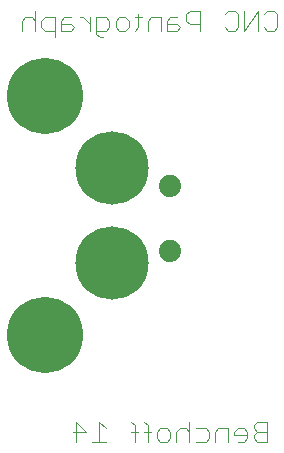
<source format=gbl>
G75*
G70*
%OFA0B0*%
%FSLAX24Y24*%
%IPPOS*%
%LPD*%
%AMOC8*
5,1,8,0,0,1.08239X$1,22.5*
%
%ADD10C,0.0040*%
%ADD11C,0.2540*%
%ADD12C,0.0740*%
%ADD13C,0.2440*%
D10*
X003270Y001170D02*
X003270Y001831D01*
X003601Y001500D01*
X003160Y001500D01*
X003805Y001170D02*
X004245Y001170D01*
X004025Y001170D02*
X004025Y001831D01*
X004245Y001610D01*
X005099Y001500D02*
X005319Y001500D01*
X005529Y001500D02*
X005749Y001500D01*
X005953Y001500D02*
X005953Y001280D01*
X006063Y001170D01*
X006284Y001170D01*
X006394Y001280D01*
X006394Y001500D01*
X006284Y001610D01*
X006063Y001610D01*
X005953Y001500D01*
X005639Y001720D02*
X005639Y001170D01*
X005209Y001170D02*
X005209Y001720D01*
X005099Y001831D01*
X005529Y001831D02*
X005639Y001720D01*
X006598Y001500D02*
X006598Y001170D01*
X006598Y001500D02*
X006708Y001610D01*
X006928Y001610D01*
X007038Y001500D01*
X007242Y001610D02*
X007573Y001610D01*
X007683Y001500D01*
X007683Y001280D01*
X007573Y001170D01*
X007242Y001170D01*
X007038Y001170D02*
X007038Y001831D01*
X007887Y001500D02*
X007887Y001170D01*
X007887Y001500D02*
X007997Y001610D01*
X008327Y001610D01*
X008327Y001170D01*
X008531Y001390D02*
X008972Y001390D01*
X008972Y001280D02*
X008972Y001500D01*
X008862Y001610D01*
X008642Y001610D01*
X008531Y001500D01*
X008531Y001390D01*
X008642Y001170D02*
X008862Y001170D01*
X008972Y001280D01*
X009176Y001280D02*
X009176Y001390D01*
X009286Y001500D01*
X009616Y001500D01*
X009286Y001500D02*
X009176Y001610D01*
X009176Y001720D01*
X009286Y001831D01*
X009616Y001831D01*
X009616Y001170D01*
X009286Y001170D01*
X009176Y001280D01*
X004150Y014650D02*
X004040Y014650D01*
X003930Y014760D01*
X003930Y015310D01*
X004260Y015310D01*
X004370Y015200D01*
X004370Y014980D01*
X004260Y014870D01*
X003930Y014870D01*
X003725Y014870D02*
X003725Y015310D01*
X003725Y015090D02*
X003505Y015310D01*
X003395Y015310D01*
X003078Y015310D02*
X002858Y015310D01*
X002748Y015200D01*
X002748Y014870D01*
X003078Y014870D01*
X003188Y014980D01*
X003078Y015090D01*
X002748Y015090D01*
X002544Y014870D02*
X002213Y014870D01*
X002103Y014980D01*
X002103Y015200D01*
X002213Y015310D01*
X002544Y015310D01*
X002544Y014650D01*
X001899Y014870D02*
X001899Y015531D01*
X001789Y015310D02*
X001569Y015310D01*
X001459Y015200D01*
X001459Y014870D01*
X001899Y015200D02*
X001789Y015310D01*
X004574Y015200D02*
X004574Y014980D01*
X004684Y014870D01*
X004904Y014870D01*
X005014Y014980D01*
X005014Y015200D01*
X004904Y015310D01*
X004684Y015310D01*
X004574Y015200D01*
X005224Y015310D02*
X005444Y015310D01*
X005334Y015420D02*
X005334Y014980D01*
X005224Y014870D01*
X005648Y014870D02*
X005648Y015200D01*
X005758Y015310D01*
X006089Y015310D01*
X006089Y014870D01*
X006293Y014870D02*
X006293Y015200D01*
X006403Y015310D01*
X006623Y015310D01*
X006623Y015090D02*
X006293Y015090D01*
X006293Y014870D02*
X006623Y014870D01*
X006733Y014980D01*
X006623Y015090D01*
X006937Y015200D02*
X006937Y015420D01*
X007048Y015531D01*
X007378Y015531D01*
X007378Y014870D01*
X007378Y015090D02*
X007048Y015090D01*
X006937Y015200D01*
X008227Y014980D02*
X008337Y014870D01*
X008557Y014870D01*
X008667Y014980D01*
X008667Y015420D01*
X008557Y015531D01*
X008337Y015531D01*
X008227Y015420D01*
X008871Y015531D02*
X008871Y014870D01*
X009311Y015531D01*
X009311Y014870D01*
X009516Y014980D02*
X009626Y014870D01*
X009846Y014870D01*
X009956Y014980D01*
X009956Y015420D01*
X009846Y015531D01*
X009626Y015531D01*
X009516Y015420D01*
D11*
X002218Y012687D03*
X002228Y004708D03*
D12*
X006374Y007519D03*
X006374Y009685D03*
D13*
X004444Y010275D03*
X004444Y007126D03*
M02*

</source>
